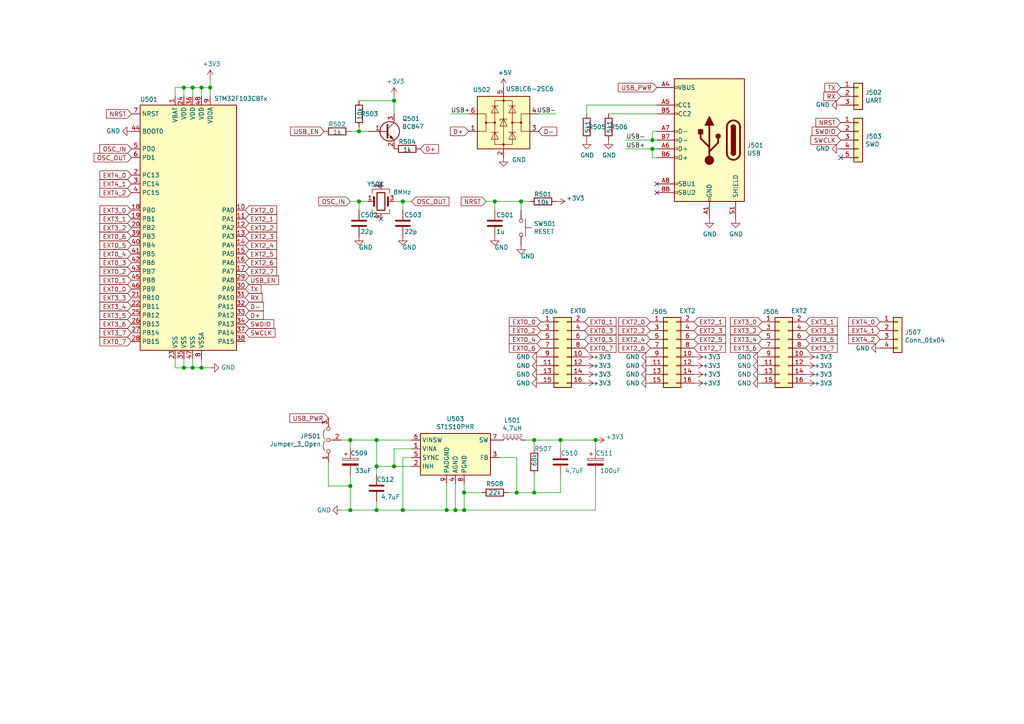
<source format=kicad_sch>
(kicad_sch (version 20210606) (generator eeschema)
  (paper "A4")
  (lib_symbols
    (symbol "Connector:USB_C_Receptacle_USB2.0" (pin_names (offset 1.016))
      (property "Reference" "J" (at -10.16 19.05 0))
      (property "Value" "USB_C_Receptacle_USB2.0" (at 19.05 19.05 0))
      (symbol "USB_C_Receptacle_USB2.0_1_1"
        (pin power_in line (at 0 -22.86 90) (length 5.08) (name "GND") (number "A1"))
        (pin passive line (at 0 -22.86 90) (length 5.08) hide (name "GND") (number "A12"))
        (pin power_in line (at 15.24 15.24 180) (length 5.08) (name "VBUS") (number "A4"))
        (pin bidirectional line (at 15.24 10.16 180) (length 5.08) (name "CC1") (number "A5"))
        (pin bidirectional line (at 15.24 -2.54 180) (length 5.08) (name "D+") (number "A6"))
        (pin bidirectional line (at 15.24 2.54 180) (length 5.08) (name "D-") (number "A7"))
        (pin bidirectional line (at 15.24 -12.7 180) (length 5.08) (name "SBU1") (number "A8"))
        (pin passive line (at 15.24 15.24 180) (length 5.08) hide (name "VBUS") (number "A9"))
        (pin passive line (at 0 -22.86 90) (length 5.08) hide (name "GND") (number "B1"))
        (pin passive line (at 0 -22.86 90) (length 5.08) hide (name "GND") (number "B12"))
        (pin passive line (at 15.24 15.24 180) (length 5.08) hide (name "VBUS") (number "B4"))
        (pin bidirectional line (at 15.24 7.62 180) (length 5.08) (name "CC2") (number "B5"))
        (pin bidirectional line (at 15.24 -5.08 180) (length 5.08) (name "D+") (number "B6"))
        (pin bidirectional line (at 15.24 0 180) (length 5.08) (name "D-") (number "B7"))
        (pin bidirectional line (at 15.24 -15.24 180) (length 5.08) (name "SBU2") (number "B8"))
        (pin passive line (at 15.24 15.24 180) (length 5.08) hide (name "VBUS") (number "B9"))
        (pin passive line (at -7.62 -22.86 90) (length 5.08) (name "SHIELD") (number "S1"))
      )
    )
    (symbol "Connector_Generic:Conn_01x03" (pin_names (offset 1.016) hide)
      (property "Reference" "J" (at 0 5.08 0))
      (property "Value" "Conn_01x03" (at 0 -5.08 0))
      (symbol "Conn_01x03_1_1"
        (pin passive line (at -5.08 2.54 0) (length 3.81) (name "Pin_1") (number "1"))
        (pin passive line (at -5.08 0 0) (length 3.81) (name "Pin_2") (number "2"))
        (pin passive line (at -5.08 -2.54 0) (length 3.81) (name "Pin_3") (number "3"))
      )
    )
    (symbol "Connector_Generic:Conn_01x04" (pin_names (offset 1.016) hide)
      (property "Reference" "J" (at 0 5.08 0))
      (property "Value" "Conn_01x04" (at 0 -7.62 0))
      (symbol "Conn_01x04_1_1"
        (pin passive line (at -5.08 2.54 0) (length 3.81) (name "Pin_1") (number "1"))
        (pin passive line (at -5.08 0 0) (length 3.81) (name "Pin_2") (number "2"))
        (pin passive line (at -5.08 -2.54 0) (length 3.81) (name "Pin_3") (number "3"))
        (pin passive line (at -5.08 -5.08 0) (length 3.81) (name "Pin_4") (number "4"))
      )
    )
    (symbol "Connector_Generic:Conn_01x05" (pin_names (offset 1.016) hide)
      (property "Reference" "J" (at 0 7.62 0))
      (property "Value" "Conn_01x05" (at 0 -7.62 0))
      (symbol "Conn_01x05_1_1"
        (pin passive line (at -5.08 5.08 0) (length 3.81) (name "Pin_1") (number "1"))
        (pin passive line (at -5.08 2.54 0) (length 3.81) (name "Pin_2") (number "2"))
        (pin passive line (at -5.08 0 0) (length 3.81) (name "Pin_3") (number "3"))
        (pin passive line (at -5.08 -2.54 0) (length 3.81) (name "Pin_4") (number "4"))
        (pin passive line (at -5.08 -5.08 0) (length 3.81) (name "Pin_5") (number "5"))
      )
    )
    (symbol "Connector_Generic:Conn_02x08_Odd_Even" (pin_names (offset 1.016) hide)
      (property "Reference" "J" (at 1.27 10.16 0))
      (property "Value" "Conn_02x08_Odd_Even" (at 1.27 -12.7 0))
      (symbol "Conn_02x08_Odd_Even_1_1"
        (pin passive line (at -5.08 7.62 0) (length 3.81) (name "Pin_1") (number "1"))
        (pin passive line (at 7.62 -2.54 180) (length 3.81) (name "Pin_10") (number "10"))
        (pin passive line (at -5.08 -5.08 0) (length 3.81) (name "Pin_11") (number "11"))
        (pin passive line (at 7.62 -5.08 180) (length 3.81) (name "Pin_12") (number "12"))
        (pin passive line (at -5.08 -7.62 0) (length 3.81) (name "Pin_13") (number "13"))
        (pin passive line (at 7.62 -7.62 180) (length 3.81) (name "Pin_14") (number "14"))
        (pin passive line (at -5.08 -10.16 0) (length 3.81) (name "Pin_15") (number "15"))
        (pin passive line (at 7.62 -10.16 180) (length 3.81) (name "Pin_16") (number "16"))
        (pin passive line (at 7.62 7.62 180) (length 3.81) (name "Pin_2") (number "2"))
        (pin passive line (at -5.08 5.08 0) (length 3.81) (name "Pin_3") (number "3"))
        (pin passive line (at 7.62 5.08 180) (length 3.81) (name "Pin_4") (number "4"))
        (pin passive line (at -5.08 2.54 0) (length 3.81) (name "Pin_5") (number "5"))
        (pin passive line (at 7.62 2.54 180) (length 3.81) (name "Pin_6") (number "6"))
        (pin passive line (at -5.08 0 0) (length 3.81) (name "Pin_7") (number "7"))
        (pin passive line (at 7.62 0 180) (length 3.81) (name "Pin_8") (number "8"))
        (pin passive line (at -5.08 -2.54 0) (length 3.81) (name "Pin_9") (number "9"))
      )
    )
    (symbol "Device:C" (pin_numbers hide) (pin_names (offset 0.254))
      (property "Reference" "C" (at 0.635 2.54 0))
      (property "Value" "C" (at 0.635 -2.54 0))
      (symbol "C_1_1"
        (pin passive line (at 0 3.81 270) (length 2.794) (name "~") (number "1"))
        (pin passive line (at 0 -3.81 90) (length 2.794) (name "~") (number "2"))
      )
    )
    (symbol "Device:CP" (pin_numbers hide) (pin_names (offset 0.254))
      (property "Reference" "C" (at 0.635 2.54 0))
      (property "Value" "CP" (at 0.635 -2.54 0))
      (symbol "CP_1_1"
        (pin passive line (at 0 3.81 270) (length 2.794) (name "~") (number "1"))
        (pin passive line (at 0 -3.81 90) (length 2.794) (name "~") (number "2"))
      )
    )
    (symbol "Device:Crystal_GND24" (pin_names (offset 1.016) hide)
      (property "Reference" "Y" (at 3.175 5.08 0))
      (property "Value" "Crystal_GND24" (at 3.175 3.175 0))
      (symbol "Crystal_GND24_1_1"
        (pin passive line (at -3.81 0 0) (length 1.27) (name "1") (number "1"))
        (pin passive line (at 0 5.08 270) (length 1.27) (name "2") (number "2"))
        (pin passive line (at 3.81 0 180) (length 1.27) (name "3") (number "3"))
        (pin passive line (at 0 -5.08 90) (length 1.27) (name "4") (number "4"))
      )
    )
    (symbol "Device:L_Core_Ferrite" (pin_numbers hide) (pin_names hide)
      (property "Reference" "L" (at -1.27 0 90))
      (property "Value" "L_Core_Ferrite" (at 2.794 0 90))
      (symbol "L_Core_Ferrite_1_1"
        (pin passive line (at 0 3.81 270) (length 1.27) (name "1") (number "1"))
        (pin passive line (at 0 -3.81 90) (length 1.27) (name "2") (number "2"))
      )
    )
    (symbol "Device:R" (pin_numbers hide) (pin_names (offset 0))
      (property "Reference" "R" (at 2.032 0 90))
      (property "Value" "R" (at 0 0 90))
      (symbol "R_1_1"
        (pin passive line (at 0 3.81 270) (length 1.27) (name "~") (number "1"))
        (pin passive line (at 0 -3.81 90) (length 1.27) (name "~") (number "2"))
      )
    )
    (symbol "Jumper:Jumper_3_Open" (pin_names (offset 0) hide)
      (property "Reference" "JP" (at -2.54 -2.54 0))
      (property "Value" "Jumper_3_Open" (at 0 2.794 0))
      (symbol "Jumper_3_Open_1_1"
        (pin passive line (at -6.35 0 0) (length 2.54) (name "A") (number "1"))
        (pin input line (at 0 -3.81 90) (length 2.54) (name "C") (number "2"))
        (pin passive line (at 6.35 0 180) (length 2.54) (name "B") (number "3"))
      )
    )
    (symbol "MCU_ST_STM32F1:STM32F103CBTx"
      (property "Reference" "U" (at -15.24 36.83 0))
      (property "Value" "STM32F103CBTx" (at 7.62 36.83 0))
      (symbol "STM32F103CBTx_1_1"
        (pin power_in line (at -5.08 38.1 270) (length 2.54) (name "VBAT") (number "1"))
        (pin bidirectional line (at 15.24 5.08 180) (length 2.54) (name "PA0") (number "10"))
        (pin bidirectional line (at 15.24 2.54 180) (length 2.54) (name "PA1") (number "11"))
        (pin bidirectional line (at 15.24 0 180) (length 2.54) (name "PA2") (number "12"))
        (pin bidirectional line (at 15.24 -2.54 180) (length 2.54) (name "PA3") (number "13"))
        (pin bidirectional line (at 15.24 -5.08 180) (length 2.54) (name "PA4") (number "14"))
        (pin bidirectional line (at 15.24 -7.62 180) (length 2.54) (name "PA5") (number "15"))
        (pin bidirectional line (at 15.24 -10.16 180) (length 2.54) (name "PA6") (number "16"))
        (pin bidirectional line (at 15.24 -12.7 180) (length 2.54) (name "PA7") (number "17"))
        (pin bidirectional line (at -17.78 5.08 0) (length 2.54) (name "PB0") (number "18"))
        (pin bidirectional line (at -17.78 2.54 0) (length 2.54) (name "PB1") (number "19"))
        (pin bidirectional line (at -17.78 15.24 0) (length 2.54) (name "PC13") (number "2"))
        (pin bidirectional line (at -17.78 0 0) (length 2.54) (name "PB2") (number "20"))
        (pin bidirectional line (at -17.78 -20.32 0) (length 2.54) (name "PB10") (number "21"))
        (pin bidirectional line (at -17.78 -22.86 0) (length 2.54) (name "PB11") (number "22"))
        (pin power_in line (at -5.08 -38.1 90) (length 2.54) (name "VSS") (number "23"))
        (pin power_in line (at -2.54 38.1 270) (length 2.54) (name "VDD") (number "24"))
        (pin bidirectional line (at -17.78 -25.4 0) (length 2.54) (name "PB12") (number "25"))
        (pin bidirectional line (at -17.78 -27.94 0) (length 2.54) (name "PB13") (number "26"))
        (pin bidirectional line (at -17.78 -30.48 0) (length 2.54) (name "PB14") (number "27"))
        (pin bidirectional line (at -17.78 -33.02 0) (length 2.54) (name "PB15") (number "28"))
        (pin bidirectional line (at 15.24 -15.24 180) (length 2.54) (name "PA8") (number "29"))
        (pin bidirectional line (at -17.78 12.7 0) (length 2.54) (name "PC14") (number "3"))
        (pin bidirectional line (at 15.24 -17.78 180) (length 2.54) (name "PA9") (number "30"))
        (pin bidirectional line (at 15.24 -20.32 180) (length 2.54) (name "PA10") (number "31"))
        (pin bidirectional line (at 15.24 -22.86 180) (length 2.54) (name "PA11") (number "32"))
        (pin bidirectional line (at 15.24 -25.4 180) (length 2.54) (name "PA12") (number "33"))
        (pin bidirectional line (at 15.24 -27.94 180) (length 2.54) (name "PA13") (number "34"))
        (pin power_in line (at -2.54 -38.1 90) (length 2.54) (name "VSS") (number "35"))
        (pin power_in line (at 0 38.1 270) (length 2.54) (name "VDD") (number "36"))
        (pin bidirectional line (at 15.24 -30.48 180) (length 2.54) (name "PA14") (number "37"))
        (pin bidirectional line (at 15.24 -33.02 180) (length 2.54) (name "PA15") (number "38"))
        (pin bidirectional line (at -17.78 -2.54 0) (length 2.54) (name "PB3") (number "39"))
        (pin bidirectional line (at -17.78 10.16 0) (length 2.54) (name "PC15") (number "4"))
        (pin bidirectional line (at -17.78 -5.08 0) (length 2.54) (name "PB4") (number "40"))
        (pin bidirectional line (at -17.78 -7.62 0) (length 2.54) (name "PB5") (number "41"))
        (pin bidirectional line (at -17.78 -10.16 0) (length 2.54) (name "PB6") (number "42"))
        (pin bidirectional line (at -17.78 -12.7 0) (length 2.54) (name "PB7") (number "43"))
        (pin input line (at -17.78 27.94 0) (length 2.54) (name "BOOT0") (number "44"))
        (pin bidirectional line (at -17.78 -15.24 0) (length 2.54) (name "PB8") (number "45"))
        (pin bidirectional line (at -17.78 -17.78 0) (length 2.54) (name "PB9") (number "46"))
        (pin power_in line (at 0 -38.1 90) (length 2.54) (name "VSS") (number "47"))
        (pin power_in line (at 2.54 38.1 270) (length 2.54) (name "VDD") (number "48"))
        (pin input line (at -17.78 22.86 0) (length 2.54) (name "PD0") (number "5"))
        (pin input line (at -17.78 20.32 0) (length 2.54) (name "PD1") (number "6"))
        (pin input line (at -17.78 33.02 0) (length 2.54) (name "NRST") (number "7"))
        (pin power_in line (at 2.54 -38.1 90) (length 2.54) (name "VSSA") (number "8"))
        (pin power_in line (at 5.08 38.1 270) (length 2.54) (name "VDDA") (number "9"))
      )
    )
    (symbol "Power_Protection:USBLC6-2SC6" (pin_names hide)
      (property "Reference" "U" (at 2.54 8.89 0))
      (property "Value" "USBLC6-2SC6" (at 2.54 -8.89 0))
      (symbol "USBLC6-2SC6_1_1"
        (pin passive line (at -10.16 -2.54 0) (length 2.54) (name "I/O1") (number "1"))
        (pin passive line (at 0 -10.16 90) (length 2.54) (name "GND") (number "2"))
        (pin passive line (at 10.16 -2.54 180) (length 2.54) (name "I/O2") (number "3"))
        (pin passive line (at 10.16 2.54 180) (length 2.54) (name "I/O2") (number "4"))
        (pin passive line (at 0 10.16 270) (length 2.54) (name "VBUS") (number "5"))
        (pin passive line (at -10.16 2.54 0) (length 2.54) (name "I/O1") (number "6"))
      )
    )
    (symbol "Regulator_Switching:ST1S10PHR"
      (property "Reference" "U" (at -10.16 5.715 0))
      (property "Value" "ST1S10PHR" (at -0.635 5.715 0))
      (symbol "ST1S10PHR_1_1"
        (pin power_in line (at -12.7 0 0) (length 2.54) (name "VINA") (number "1"))
        (pin input line (at -12.7 -5.08 0) (length 2.54) (name "INH") (number "2"))
        (pin input line (at 12.7 -2.54 180) (length 2.54) (name "FB") (number "3"))
        (pin power_in line (at 0 -10.16 90) (length 2.54) (name "AGND") (number "4"))
        (pin input line (at -12.7 -2.54 0) (length 2.54) (name "SYNC") (number "5"))
        (pin input line (at -12.7 2.54 0) (length 2.54) (name "VINSW") (number "6"))
        (pin output line (at 12.7 2.54 180) (length 2.54) (name "SW") (number "7"))
        (pin power_in line (at 2.54 -10.16 90) (length 2.54) (name "PGND") (number "8"))
        (pin power_in line (at -2.54 -10.16 90) (length 2.54) (name "PADGND") (number "9"))
      )
    )
    (symbol "Switch:SW_Push" (pin_numbers hide) (pin_names (offset 1.016) hide)
      (property "Reference" "SW" (at 1.27 2.54 0))
      (property "Value" "SW_Push" (at 0 -1.524 0))
      (symbol "SW_Push_0_1"
        (pin passive line (at -5.08 0 0) (length 2.54) (name "1") (number "1"))
        (pin passive line (at 5.08 0 180) (length 2.54) (name "2") (number "2"))
      )
    )
    (symbol "Transistor_BJT:BC847" (pin_names (offset 0) hide)
      (property "Reference" "Q" (at 5.08 1.905 0))
      (property "Value" "BC847" (at 5.08 0 0))
      (symbol "BC847_1_1"
        (pin input line (at -5.08 0 0) (length 5.715) (name "B") (number "1"))
        (pin passive line (at 2.54 -5.08 90) (length 2.54) (name "E") (number "2"))
        (pin passive line (at 2.54 5.08 270) (length 2.54) (name "C") (number "3"))
      )
    )
    (symbol "power:+3V3" (power) (pin_names (offset 0))
      (property "Value" "+3V3" (at 0 3.556 0))
      (symbol "+3V3_1_1"
        (pin power_in line (at 0 0 90) (length 0) hide (name "+3V3") (number "1"))
      )
    )
    (symbol "power:+5V" (power) (pin_names (offset 0))
      (property "Value" "+5V" (at 0 3.556 0))
      (symbol "+5V_1_1"
        (pin power_in line (at 0 0 90) (length 0) hide (name "+5V") (number "1"))
      )
    )
    (symbol "power:GND" (power) (pin_names (offset 0))
      (property "Value" "GND" (at 0 -3.81 0))
      (symbol "GND_1_1"
        (pin power_in line (at 0 0 270) (length 0) hide (name "GND") (number "1"))
      )
    )
  )
  (junction (at 53.34 25.4) (diameter 1.016))
  (junction (at 53.34 106.68) (diameter 1.016))
  (junction (at 55.88 25.4) (diameter 1.016))
  (junction (at 55.88 106.68) (diameter 1.016))
  (junction (at 58.42 25.4) (diameter 1.016))
  (junction (at 58.42 106.68) (diameter 1.016))
  (junction (at 60.96 25.4) (diameter 1.016))
  (junction (at 101.6 127.635) (diameter 1.016))
  (junction (at 101.6 140.97) (diameter 1.016))
  (junction (at 101.6 147.955) (diameter 1.016))
  (junction (at 104.14 38.1) (diameter 1.016))
  (junction (at 104.14 58.42) (diameter 1.016))
  (junction (at 109.22 127.635) (diameter 1.016))
  (junction (at 109.22 135.255) (diameter 1.016))
  (junction (at 109.22 147.955) (diameter 1.016))
  (junction (at 114.3 29.21) (diameter 1.016))
  (junction (at 114.3 135.255) (diameter 1.016))
  (junction (at 116.84 58.42) (diameter 1.016))
  (junction (at 116.84 147.955) (diameter 1.016))
  (junction (at 129.54 147.955) (diameter 1.016))
  (junction (at 132.08 147.955) (diameter 1.016))
  (junction (at 134.62 142.875) (diameter 1.016))
  (junction (at 134.62 147.955) (diameter 1.016))
  (junction (at 143.51 58.42) (diameter 1.016))
  (junction (at 149.86 142.875) (diameter 1.016))
  (junction (at 151.13 58.42) (diameter 1.016))
  (junction (at 154.94 127.635) (diameter 1.016))
  (junction (at 154.94 142.875) (diameter 1.016))
  (junction (at 162.56 127.635) (diameter 1.016))
  (junction (at 172.72 127.635) (diameter 1.016))
  (junction (at 189.23 40.64) (diameter 1.016))
  (junction (at 189.23 43.18) (diameter 1.016))
  (no_connect (at 110.49 53.34))
  (no_connect (at 110.49 63.5))
  (no_connect (at 190.5 53.34))
  (no_connect (at 190.5 55.88))
  (no_connect (at 243.84 45.72))
  (wire (pts (xy 50.8 25.4) (xy 53.34 25.4)))
  (wire (pts (xy 50.8 27.94) (xy 50.8 25.4)))
  (wire (pts (xy 50.8 106.68) (xy 50.8 104.14)))
  (wire (pts (xy 53.34 25.4) (xy 53.34 27.94)))
  (wire (pts (xy 53.34 25.4) (xy 55.88 25.4)))
  (wire (pts (xy 53.34 104.14) (xy 53.34 106.68)))
  (wire (pts (xy 53.34 106.68) (xy 50.8 106.68)))
  (wire (pts (xy 55.88 25.4) (xy 55.88 27.94)))
  (wire (pts (xy 55.88 25.4) (xy 58.42 25.4)))
  (wire (pts (xy 55.88 104.14) (xy 55.88 106.68)))
  (wire (pts (xy 55.88 106.68) (xy 53.34 106.68)))
  (wire (pts (xy 58.42 25.4) (xy 58.42 27.94)))
  (wire (pts (xy 58.42 25.4) (xy 60.96 25.4)))
  (wire (pts (xy 58.42 104.14) (xy 58.42 106.68)))
  (wire (pts (xy 58.42 106.68) (xy 55.88 106.68)))
  (wire (pts (xy 60.96 22.86) (xy 60.96 25.4)))
  (wire (pts (xy 60.96 25.4) (xy 60.96 27.94)))
  (wire (pts (xy 60.96 106.68) (xy 58.42 106.68)))
  (wire (pts (xy 95.25 133.985) (xy 95.25 140.97)))
  (wire (pts (xy 95.25 140.97) (xy 101.6 140.97)))
  (wire (pts (xy 99.06 147.955) (xy 101.6 147.955)))
  (wire (pts (xy 101.6 38.1) (xy 104.14 38.1)))
  (wire (pts (xy 101.6 58.42) (xy 104.14 58.42)))
  (wire (pts (xy 101.6 127.635) (xy 99.06 127.635)))
  (wire (pts (xy 101.6 127.635) (xy 109.22 127.635)))
  (wire (pts (xy 101.6 130.175) (xy 101.6 127.635)))
  (wire (pts (xy 101.6 137.795) (xy 101.6 140.97)))
  (wire (pts (xy 101.6 140.97) (xy 101.6 147.955)))
  (wire (pts (xy 101.6 147.955) (xy 109.22 147.955)))
  (wire (pts (xy 104.14 29.21) (xy 114.3 29.21)))
  (wire (pts (xy 104.14 36.83) (xy 104.14 38.1)))
  (wire (pts (xy 104.14 38.1) (xy 106.68 38.1)))
  (wire (pts (xy 104.14 58.42) (xy 104.14 60.96)))
  (wire (pts (xy 104.14 58.42) (xy 106.68 58.42)))
  (wire (pts (xy 109.22 127.635) (xy 119.38 127.635)))
  (wire (pts (xy 109.22 135.255) (xy 109.22 127.635)))
  (wire (pts (xy 109.22 135.255) (xy 109.22 137.795)))
  (wire (pts (xy 109.22 147.955) (xy 109.22 145.415)))
  (wire (pts (xy 114.3 29.21) (xy 114.3 27.94)))
  (wire (pts (xy 114.3 29.21) (xy 114.3 33.02)))
  (wire (pts (xy 114.3 58.42) (xy 116.84 58.42)))
  (wire (pts (xy 114.3 130.175) (xy 114.3 135.255)))
  (wire (pts (xy 114.3 135.255) (xy 109.22 135.255)))
  (wire (pts (xy 116.84 58.42) (xy 116.84 60.96)))
  (wire (pts (xy 116.84 58.42) (xy 119.38 58.42)))
  (wire (pts (xy 116.84 132.715) (xy 116.84 147.955)))
  (wire (pts (xy 116.84 147.955) (xy 109.22 147.955)))
  (wire (pts (xy 119.38 130.175) (xy 114.3 130.175)))
  (wire (pts (xy 119.38 132.715) (xy 116.84 132.715)))
  (wire (pts (xy 119.38 135.255) (xy 114.3 135.255)))
  (wire (pts (xy 129.54 140.335) (xy 129.54 147.955)))
  (wire (pts (xy 129.54 147.955) (xy 116.84 147.955)))
  (wire (pts (xy 132.08 140.335) (xy 132.08 147.955)))
  (wire (pts (xy 132.08 147.955) (xy 129.54 147.955)))
  (wire (pts (xy 132.08 147.955) (xy 134.62 147.955)))
  (wire (pts (xy 134.62 140.335) (xy 134.62 142.875)))
  (wire (pts (xy 134.62 142.875) (xy 134.62 147.955)))
  (wire (pts (xy 134.62 142.875) (xy 139.7 142.875)))
  (wire (pts (xy 134.62 147.955) (xy 172.72 147.955)))
  (wire (pts (xy 135.89 33.02) (xy 130.81 33.02)))
  (wire (pts (xy 140.97 58.42) (xy 143.51 58.42)))
  (wire (pts (xy 143.51 58.42) (xy 143.51 60.96)))
  (wire (pts (xy 143.51 58.42) (xy 151.13 58.42)))
  (wire (pts (xy 144.78 132.715) (xy 149.86 132.715)))
  (wire (pts (xy 147.32 142.875) (xy 149.86 142.875)))
  (wire (pts (xy 149.86 132.715) (xy 149.86 142.875)))
  (wire (pts (xy 149.86 142.875) (xy 154.94 142.875)))
  (wire (pts (xy 151.13 58.42) (xy 151.13 60.96)))
  (wire (pts (xy 151.13 58.42) (xy 153.67 58.42)))
  (wire (pts (xy 152.4 127.635) (xy 154.94 127.635)))
  (wire (pts (xy 154.94 127.635) (xy 154.94 130.175)))
  (wire (pts (xy 154.94 127.635) (xy 162.56 127.635)))
  (wire (pts (xy 154.94 142.875) (xy 154.94 137.795)))
  (wire (pts (xy 154.94 142.875) (xy 162.56 142.875)))
  (wire (pts (xy 156.21 33.02) (xy 161.29 33.02)))
  (wire (pts (xy 162.56 127.635) (xy 162.56 130.175)))
  (wire (pts (xy 162.56 127.635) (xy 172.72 127.635)))
  (wire (pts (xy 162.56 142.875) (xy 162.56 137.795)))
  (wire (pts (xy 170.18 30.48) (xy 170.18 33.02)))
  (wire (pts (xy 172.72 127.635) (xy 172.72 130.175)))
  (wire (pts (xy 172.72 147.955) (xy 172.72 137.795)))
  (wire (pts (xy 176.53 33.02) (xy 190.5 33.02)))
  (wire (pts (xy 181.61 40.64) (xy 189.23 40.64)))
  (wire (pts (xy 181.61 43.18) (xy 189.23 43.18)))
  (wire (pts (xy 189.23 38.1) (xy 189.23 40.64)))
  (wire (pts (xy 189.23 40.64) (xy 190.5 40.64)))
  (wire (pts (xy 189.23 43.18) (xy 189.23 45.72)))
  (wire (pts (xy 189.23 45.72) (xy 190.5 45.72)))
  (wire (pts (xy 190.5 30.48) (xy 170.18 30.48)))
  (wire (pts (xy 190.5 38.1) (xy 189.23 38.1)))
  (wire (pts (xy 190.5 43.18) (xy 189.23 43.18)))
  (label "USB+" (at 130.81 33.02 0))
  (label "USB-" (at 161.29 33.02 180))
  (label "USB-" (at 181.61 40.64 0))
  (label "USB+" (at 181.61 43.18 0))
  (global_label "NRST" (shape input) (at 38.1 33.02 180) (property "Intersheet References" "${INTERSHEET_REFS}" (effects hide)))
  (global_label "OSC_IN" (shape input) (at 38.1 43.18 180) (property "Intersheet References" "${INTERSHEET_REFS}" (effects hide)))
  (global_label "OSC_OUT" (shape input) (at 38.1 45.72 180) (property "Intersheet References" "${INTERSHEET_REFS}" (effects hide)))
  (global_label "EXT4_0" (shape input) (at 38.1 50.8 180) (property "Intersheet References" "${INTERSHEET_REFS}" (effects hide)))
  (global_label "EXT4_1" (shape input) (at 38.1 53.34 180) (property "Intersheet References" "${INTERSHEET_REFS}" (effects hide)))
  (global_label "EXT4_2" (shape input) (at 38.1 55.88 180) (property "Intersheet References" "${INTERSHEET_REFS}" (effects hide)))
  (global_label "EXT3_0" (shape input) (at 38.1 60.96 180) (property "Intersheet References" "${INTERSHEET_REFS}" (effects hide)))
  (global_label "EXT3_1" (shape input) (at 38.1 63.5 180) (property "Intersheet References" "${INTERSHEET_REFS}" (effects hide)))
  (global_label "EXT3_2" (shape input) (at 38.1 66.04 180) (property "Intersheet References" "${INTERSHEET_REFS}" (effects hide)))
  (global_label "EXT0_6" (shape input) (at 38.1 68.58 180) (property "Intersheet References" "${INTERSHEET_REFS}" (effects hide)))
  (global_label "EXT0_5" (shape input) (at 38.1 71.12 180) (property "Intersheet References" "${INTERSHEET_REFS}" (effects hide)))
  (global_label "EXT0_4" (shape input) (at 38.1 73.66 180) (property "Intersheet References" "${INTERSHEET_REFS}" (effects hide)))
  (global_label "EXT0_3" (shape input) (at 38.1 76.2 180) (property "Intersheet References" "${INTERSHEET_REFS}" (effects hide)))
  (global_label "EXT0_2" (shape input) (at 38.1 78.74 180) (property "Intersheet References" "${INTERSHEET_REFS}" (effects hide)))
  (global_label "EXT0_1" (shape input) (at 38.1 81.28 180) (property "Intersheet References" "${INTERSHEET_REFS}" (effects hide)))
  (global_label "EXT0_0" (shape input) (at 38.1 83.82 180) (property "Intersheet References" "${INTERSHEET_REFS}" (effects hide)))
  (global_label "EXT3_3" (shape input) (at 38.1 86.36 180) (property "Intersheet References" "${INTERSHEET_REFS}" (effects hide)))
  (global_label "EXT3_4" (shape input) (at 38.1 88.9 180) (property "Intersheet References" "${INTERSHEET_REFS}" (effects hide)))
  (global_label "EXT3_5" (shape input) (at 38.1 91.44 180) (property "Intersheet References" "${INTERSHEET_REFS}" (effects hide)))
  (global_label "EXT3_6" (shape input) (at 38.1 93.98 180) (property "Intersheet References" "${INTERSHEET_REFS}" (effects hide)))
  (global_label "EXT3_7" (shape input) (at 38.1 96.52 180) (property "Intersheet References" "${INTERSHEET_REFS}" (effects hide)))
  (global_label "EXT0_7" (shape input) (at 38.1 99.06 180) (property "Intersheet References" "${INTERSHEET_REFS}" (effects hide)))
  (global_label "EXT2_0" (shape input) (at 71.12 60.96 0) (property "Intersheet References" "${INTERSHEET_REFS}" (effects hide)))
  (global_label "EXT2_1" (shape input) (at 71.12 63.5 0) (property "Intersheet References" "${INTERSHEET_REFS}" (effects hide)))
  (global_label "EXT2_2" (shape input) (at 71.12 66.04 0) (property "Intersheet References" "${INTERSHEET_REFS}" (effects hide)))
  (global_label "EXT2_3" (shape input) (at 71.12 68.58 0) (property "Intersheet References" "${INTERSHEET_REFS}" (effects hide)))
  (global_label "EXT2_4" (shape input) (at 71.12 71.12 0) (property "Intersheet References" "${INTERSHEET_REFS}" (effects hide)))
  (global_label "EXT2_5" (shape input) (at 71.12 73.66 0) (property "Intersheet References" "${INTERSHEET_REFS}" (effects hide)))
  (global_label "EXT2_6" (shape input) (at 71.12 76.2 0) (property "Intersheet References" "${INTERSHEET_REFS}" (effects hide)))
  (global_label "EXT2_7" (shape input) (at 71.12 78.74 0) (property "Intersheet References" "${INTERSHEET_REFS}" (effects hide)))
  (global_label "USB_EN" (shape input) (at 71.12 81.28 0) (property "Intersheet References" "${INTERSHEET_REFS}" (effects hide)))
  (global_label "TX" (shape input) (at 71.12 83.82 0) (property "Intersheet References" "${INTERSHEET_REFS}" (effects hide)))
  (global_label "RX" (shape input) (at 71.12 86.36 0) (property "Intersheet References" "${INTERSHEET_REFS}" (effects hide)))
  (global_label "D-" (shape input) (at 71.12 88.9 0) (property "Intersheet References" "${INTERSHEET_REFS}" (effects hide)))
  (global_label "D+" (shape input) (at 71.12 91.44 0) (property "Intersheet References" "${INTERSHEET_REFS}" (effects hide)))
  (global_label "SWDIO" (shape input) (at 71.12 93.98 0) (property "Intersheet References" "${INTERSHEET_REFS}" (effects hide)))
  (global_label "SWCLK" (shape input) (at 71.12 96.52 0) (property "Intersheet References" "${INTERSHEET_REFS}" (effects hide)))
  (global_label "USB_EN" (shape input) (at 93.98 38.1 180) (property "Intersheet References" "${INTERSHEET_REFS}" (effects hide)))
  (global_label "USB_PWR" (shape input) (at 95.25 121.285 180) (property "Intersheet References" "${INTERSHEET_REFS}" (effects hide)))
  (global_label "OSC_IN" (shape input) (at 101.6 58.42 180) (property "Intersheet References" "${INTERSHEET_REFS}" (effects hide)))
  (global_label "OSC_OUT" (shape input) (at 119.38 58.42 0) (property "Intersheet References" "${INTERSHEET_REFS}" (effects hide)))
  (global_label "D+" (shape input) (at 121.92 43.18 0) (property "Intersheet References" "${INTERSHEET_REFS}" (effects hide)))
  (global_label "D+" (shape input) (at 135.89 38.1 180) (property "Intersheet References" "${INTERSHEET_REFS}" (effects hide)))
  (global_label "NRST" (shape input) (at 140.97 58.42 180) (property "Intersheet References" "${INTERSHEET_REFS}" (effects hide)))
  (global_label "D-" (shape input) (at 156.21 38.1 0) (property "Intersheet References" "${INTERSHEET_REFS}" (effects hide)))
  (global_label "EXT0_0" (shape input) (at 156.845 93.345 180) (property "Intersheet References" "${INTERSHEET_REFS}" (effects hide)))
  (global_label "EXT0_2" (shape input) (at 156.845 95.885 180) (property "Intersheet References" "${INTERSHEET_REFS}" (effects hide)))
  (global_label "EXT0_4" (shape input) (at 156.845 98.425 180) (property "Intersheet References" "${INTERSHEET_REFS}" (effects hide)))
  (global_label "EXT0_6" (shape input) (at 156.845 100.965 180) (property "Intersheet References" "${INTERSHEET_REFS}" (effects hide)))
  (global_label "EXT0_1" (shape input) (at 169.545 93.345 0) (property "Intersheet References" "${INTERSHEET_REFS}" (effects hide)))
  (global_label "EXT0_3" (shape input) (at 169.545 95.885 0) (property "Intersheet References" "${INTERSHEET_REFS}" (effects hide)))
  (global_label "EXT0_5" (shape input) (at 169.545 98.425 0) (property "Intersheet References" "${INTERSHEET_REFS}" (effects hide)))
  (global_label "EXT0_7" (shape input) (at 169.545 100.965 0) (property "Intersheet References" "${INTERSHEET_REFS}" (effects hide)))
  (global_label "EXT2_0" (shape input) (at 188.595 93.345 180) (property "Intersheet References" "${INTERSHEET_REFS}" (effects hide)))
  (global_label "EXT2_2" (shape input) (at 188.595 95.885 180) (property "Intersheet References" "${INTERSHEET_REFS}" (effects hide)))
  (global_label "EXT2_4" (shape input) (at 188.595 98.425 180) (property "Intersheet References" "${INTERSHEET_REFS}" (effects hide)))
  (global_label "EXT2_6" (shape input) (at 188.595 100.965 180) (property "Intersheet References" "${INTERSHEET_REFS}" (effects hide)))
  (global_label "USB_PWR" (shape input) (at 190.5 25.4 180) (property "Intersheet References" "${INTERSHEET_REFS}" (effects hide)))
  (global_label "EXT2_1" (shape input) (at 201.295 93.345 0) (property "Intersheet References" "${INTERSHEET_REFS}" (effects hide)))
  (global_label "EXT2_3" (shape input) (at 201.295 95.885 0) (property "Intersheet References" "${INTERSHEET_REFS}" (effects hide)))
  (global_label "EXT2_5" (shape input) (at 201.295 98.425 0) (property "Intersheet References" "${INTERSHEET_REFS}" (effects hide)))
  (global_label "EXT2_7" (shape input) (at 201.295 100.965 0) (property "Intersheet References" "${INTERSHEET_REFS}" (effects hide)))
  (global_label "EXT3_0" (shape input) (at 220.98 93.345 180) (property "Intersheet References" "${INTERSHEET_REFS}" (effects hide)))
  (global_label "EXT3_2" (shape input) (at 220.98 95.885 180) (property "Intersheet References" "${INTERSHEET_REFS}" (effects hide)))
  (global_label "EXT3_4" (shape input) (at 220.98 98.425 180) (property "Intersheet References" "${INTERSHEET_REFS}" (effects hide)))
  (global_label "EXT3_6" (shape input) (at 220.98 100.965 180) (property "Intersheet References" "${INTERSHEET_REFS}" (effects hide)))
  (global_label "EXT3_1" (shape input) (at 233.68 93.345 0) (property "Intersheet References" "${INTERSHEET_REFS}" (effects hide)))
  (global_label "EXT3_3" (shape input) (at 233.68 95.885 0) (property "Intersheet References" "${INTERSHEET_REFS}" (effects hide)))
  (global_label "EXT3_5" (shape input) (at 233.68 98.425 0) (property "Intersheet References" "${INTERSHEET_REFS}" (effects hide)))
  (global_label "EXT3_7" (shape input) (at 233.68 100.965 0) (property "Intersheet References" "${INTERSHEET_REFS}" (effects hide)))
  (global_label "TX" (shape input) (at 243.84 25.4 180) (property "Intersheet References" "${INTERSHEET_REFS}" (effects hide)))
  (global_label "RX" (shape input) (at 243.84 27.94 180) (property "Intersheet References" "${INTERSHEET_REFS}" (effects hide)))
  (global_label "NRST" (shape input) (at 243.84 35.56 180) (property "Intersheet References" "${INTERSHEET_REFS}" (effects hide)))
  (global_label "SWDIO" (shape input) (at 243.84 38.1 180) (property "Intersheet References" "${INTERSHEET_REFS}" (effects hide)))
  (global_label "SWCLK" (shape input) (at 243.84 40.64 180) (property "Intersheet References" "${INTERSHEET_REFS}" (effects hide)))
  (global_label "EXT4_0" (shape input) (at 255.27 93.345 180) (property "Intersheet References" "${INTERSHEET_REFS}" (effects hide)))
  (global_label "EXT4_1" (shape input) (at 255.27 95.885 180) (property "Intersheet References" "${INTERSHEET_REFS}" (effects hide)))
  (global_label "EXT4_2" (shape input) (at 255.27 98.425 180) (property "Intersheet References" "${INTERSHEET_REFS}" (effects hide)))
  (symbol (lib_id "power:+3V3") (at 60.96 22.86 0) (unit 1)
    (property "Reference" "#PWR010" (effects hide))
    (property "Value" "+3V3" (at 61.3283 18.5356 0))
  )
  (symbol (lib_id "power:+3V3") (at 114.3 27.94 0) (unit 1)
    (property "Reference" "#PWR027" (effects hide))
    (property "Value" "+3V3" (at 114.6683 23.6156 0))
  )
  (symbol (lib_id "power:+5V") (at 146.05 25.4 0) (unit 1)
    (property "Reference" "#PWR033" (effects hide))
    (property "Value" "+5V" (at 146.4183 21.0756 0))
  )
  (symbol (lib_id "power:+3V3") (at 161.29 58.42 270) (unit 1)
    (property "Reference" "#PWR037" (effects hide))
    (property "Value" "+3V3" (at 166.8844 57.5183 90))
  )
  (symbol (lib_id "power:+3V3") (at 169.545 103.505 270) (unit 1)
    (property "Reference" "#PWR?" (effects hide))
    (property "Value" "+3V3" (at 174.625 103.505 90))
  )
  (symbol (lib_id "power:+3V3") (at 169.545 106.045 270) (unit 1)
    (property "Reference" "#PWR?" (effects hide))
    (property "Value" "+3V3" (at 174.625 106.045 90))
  )
  (symbol (lib_id "power:+3V3") (at 169.545 108.585 270) (unit 1)
    (property "Reference" "#PWR?" (effects hide))
    (property "Value" "+3V3" (at 174.625 108.585 90))
  )
  (symbol (lib_id "power:+3V3") (at 169.545 111.125 270) (unit 1)
    (property "Reference" "#PWR?" (effects hide))
    (property "Value" "+3V3" (at 174.625 111.125 90))
  )
  (symbol (lib_id "power:+3V3") (at 172.72 127.635 270) (unit 1)
    (property "Reference" "#PWR?" (effects hide))
    (property "Value" "+3V3" (at 178.3144 126.7333 90))
  )
  (symbol (lib_id "power:+3V3") (at 201.295 103.505 270) (unit 1)
    (property "Reference" "#PWR?" (effects hide))
    (property "Value" "+3V3" (at 206.375 103.505 90))
  )
  (symbol (lib_id "power:+3V3") (at 201.295 106.045 270) (unit 1)
    (property "Reference" "#PWR?" (effects hide))
    (property "Value" "+3V3" (at 206.375 106.045 90))
  )
  (symbol (lib_id "power:+3V3") (at 201.295 108.585 270) (unit 1)
    (property "Reference" "#PWR?" (effects hide))
    (property "Value" "+3V3" (at 206.375 108.585 90))
  )
  (symbol (lib_id "power:+3V3") (at 201.295 111.125 270) (unit 1)
    (property "Reference" "#PWR?" (effects hide))
    (property "Value" "+3V3" (at 206.375 111.125 90))
  )
  (symbol (lib_id "power:+3V3") (at 233.68 103.505 270) (unit 1)
    (property "Reference" "#PWR?" (effects hide))
    (property "Value" "+3V3" (at 238.76 103.505 90))
  )
  (symbol (lib_id "power:+3V3") (at 233.68 106.045 270) (unit 1)
    (property "Reference" "#PWR?" (effects hide))
    (property "Value" "+3V3" (at 238.76 106.045 90))
  )
  (symbol (lib_id "power:+3V3") (at 233.68 108.585 270) (unit 1)
    (property "Reference" "#PWR?" (effects hide))
    (property "Value" "+3V3" (at 238.76 108.585 90))
  )
  (symbol (lib_id "power:+3V3") (at 233.68 111.125 270) (unit 1)
    (property "Reference" "#PWR?" (effects hide))
    (property "Value" "+3V3" (at 238.76 111.125 90))
  )
  (symbol (lib_id "power:GND") (at 38.1 38.1 270) (mirror x) (unit 1)
    (property "Reference" "#PWR0206" (effects hide))
    (property "Value" "GND" (at 34.9249 37.9857 90) (effects (justify right)))
  )
  (symbol (lib_id "power:GND") (at 60.96 106.68 90) (unit 1)
    (property "Reference" "#PWR013" (effects hide))
    (property "Value" "GND" (at 64.1351 106.5657 90) (effects (justify right)))
  )
  (symbol (lib_id "power:GND") (at 99.06 147.955 270) (unit 1)
    (property "Reference" "#PWR?" (effects hide))
    (property "Value" "GND" (at 93.98 147.955 90))
  )
  (symbol (lib_id "power:GND") (at 104.14 68.58 0) (mirror y) (unit 1)
    (property "Reference" "#PWR039" (effects hide))
    (property "Value" "GND" (at 104.0257 71.7551 0) (effects (justify right)))
  )
  (symbol (lib_id "power:GND") (at 116.84 68.58 0) (mirror y) (unit 1)
    (property "Reference" "#PWR040" (effects hide))
    (property "Value" "GND" (at 116.7257 71.7551 0) (effects (justify right)))
  )
  (symbol (lib_id "power:GND") (at 143.51 68.58 0) (mirror y) (unit 1)
    (property "Reference" "#PWR043" (effects hide))
    (property "Value" "GND" (at 143.3957 71.7551 0) (effects (justify right)))
  )
  (symbol (lib_id "power:GND") (at 146.05 45.72 0) (mirror y) (unit 1)
    (property "Reference" "#PWR028" (effects hide))
    (property "Value" "GND" (at 148.4757 46.3551 0) (effects (justify right)))
  )
  (symbol (lib_id "power:GND") (at 151.13 71.12 0) (mirror y) (unit 1)
    (property "Reference" "#PWR044" (effects hide))
    (property "Value" "GND" (at 151.0157 74.2951 0) (effects (justify right)))
  )
  (symbol (lib_id "power:GND") (at 156.845 103.505 270) (unit 1)
    (property "Reference" "#PWR?" (effects hide))
    (property "Value" "GND" (at 151.765 103.505 90))
  )
  (symbol (lib_id "power:GND") (at 156.845 106.045 270) (unit 1)
    (property "Reference" "#PWR?" (effects hide))
    (property "Value" "GND" (at 151.765 106.045 90))
  )
  (symbol (lib_id "power:GND") (at 156.845 108.585 270) (unit 1)
    (property "Reference" "#PWR?" (effects hide))
    (property "Value" "GND" (at 151.765 108.585 90))
  )
  (symbol (lib_id "power:GND") (at 156.845 111.125 270) (unit 1)
    (property "Reference" "#PWR?" (effects hide))
    (property "Value" "GND" (at 151.765 111.125 90))
  )
  (symbol (lib_id "power:GND") (at 170.18 40.64 0) (unit 1)
    (property "Reference" "#PWR034" (effects hide))
    (property "Value" "GND" (at 170.307 45.0342 0))
  )
  (symbol (lib_id "power:GND") (at 176.53 40.64 0) (unit 1)
    (property "Reference" "#PWR036" (effects hide))
    (property "Value" "GND" (at 176.657 45.0342 0))
  )
  (symbol (lib_id "power:GND") (at 188.595 103.505 270) (unit 1)
    (property "Reference" "#PWR?" (effects hide))
    (property "Value" "GND" (at 183.515 103.505 90))
  )
  (symbol (lib_id "power:GND") (at 188.595 106.045 270) (unit 1)
    (property "Reference" "#PWR?" (effects hide))
    (property "Value" "GND" (at 183.515 106.045 90))
  )
  (symbol (lib_id "power:GND") (at 188.595 108.585 270) (unit 1)
    (property "Reference" "#PWR?" (effects hide))
    (property "Value" "GND" (at 183.515 108.585 90))
  )
  (symbol (lib_id "power:GND") (at 188.595 111.125 270) (unit 1)
    (property "Reference" "#PWR?" (effects hide))
    (property "Value" "GND" (at 183.515 111.125 90))
  )
  (symbol (lib_id "power:GND") (at 205.74 63.5 0) (unit 1)
    (property "Reference" "#PWR029" (effects hide))
    (property "Value" "GND" (at 205.867 67.8942 0))
  )
  (symbol (lib_id "power:GND") (at 213.36 63.5 0) (unit 1)
    (property "Reference" "#PWR030" (effects hide))
    (property "Value" "GND" (at 213.487 67.8942 0))
  )
  (symbol (lib_id "power:GND") (at 220.98 103.505 270) (unit 1)
    (property "Reference" "#PWR?" (effects hide))
    (property "Value" "GND" (at 215.9 103.505 90))
  )
  (symbol (lib_id "power:GND") (at 220.98 106.045 270) (unit 1)
    (property "Reference" "#PWR?" (effects hide))
    (property "Value" "GND" (at 215.9 106.045 90))
  )
  (symbol (lib_id "power:GND") (at 220.98 108.585 270) (unit 1)
    (property "Reference" "#PWR?" (effects hide))
    (property "Value" "GND" (at 215.9 108.585 90))
  )
  (symbol (lib_id "power:GND") (at 220.98 111.125 270) (unit 1)
    (property "Reference" "#PWR?" (effects hide))
    (property "Value" "GND" (at 215.9 111.125 90))
  )
  (symbol (lib_id "power:GND") (at 243.84 30.48 270) (mirror x) (unit 1)
    (property "Reference" "#PWR?" (effects hide))
    (property "Value" "GND" (at 240.6649 30.3657 90) (effects (justify right)))
  )
  (symbol (lib_id "power:GND") (at 243.84 43.18 270) (mirror x) (unit 1)
    (property "Reference" "#PWR0205" (effects hide))
    (property "Value" "GND" (at 240.6649 43.0657 90) (effects (justify right)))
  )
  (symbol (lib_id "power:GND") (at 255.27 100.965 270) (unit 1)
    (property "Reference" "#PWR?" (effects hide))
    (property "Value" "GND" (at 250.19 100.965 90))
  )
  (symbol (lib_id "Device:L_Core_Ferrite") (at 148.59 127.635 90) (unit 1)
    (property "Reference" "L501" (at 148.59 121.92 90))
    (property "Value" "4,7uH" (at 148.59 124.2314 90))
    (property "Footprint" "Inductor_SMD:L_Taiyo-Yuden_NR-40xx" (effects hide))
  )
  (symbol (lib_id "Device:R") (at 97.79 38.1 90) (unit 1)
    (property "Reference" "R502" (at 97.79 36.0488 90))
    (property "Value" "1k" (at 97.79 38.3475 90))
    (property "Footprint" "Resistor_SMD:R_0603_1608Metric" (effects hide))
  )
  (symbol (lib_id "Device:R") (at 104.14 33.02 180) (unit 1)
    (property "Reference" "R503" (at 107.1688 33.02 0))
    (property "Value" "10k" (at 104.3875 33.02 90))
    (property "Footprint" "Resistor_SMD:R_0603_1608Metric" (effects hide))
  )
  (symbol (lib_id "Device:R") (at 118.11 43.18 90) (unit 1)
    (property "Reference" "R504" (at 118.11 41.1288 90))
    (property "Value" "1k" (at 118.11 43.4275 90))
    (property "Footprint" "Resistor_SMD:R_0603_1608Metric" (effects hide))
  )
  (symbol (lib_id "Device:R") (at 143.51 142.875 270) (unit 1)
    (property "Reference" "R508" (at 143.51 140.335 90))
    (property "Value" "22k" (at 143.51 142.875 90))
    (property "Footprint" "Resistor_SMD:R_0603_1608Metric" (effects hide))
  )
  (symbol (lib_id "Device:R") (at 154.94 133.985 0) (unit 1)
    (property "Reference" "R507" (at 154.94 130.175 0) (effects (justify left)))
    (property "Value" "68k" (at 154.94 135.255 90) (effects (justify left)))
    (property "Footprint" "Resistor_SMD:R_0603_1608Metric" (effects hide))
  )
  (symbol (lib_id "Device:R") (at 157.48 58.42 90) (unit 1)
    (property "Reference" "R501" (at 157.48 56.3688 90))
    (property "Value" "10k" (at 157.48 58.6675 90))
    (property "Footprint" "Resistor_SMD:R_0603_1608Metric" (effects hide))
  )
  (symbol (lib_id "Device:R") (at 170.18 36.83 180) (unit 1)
    (property "Reference" "R505" (at 173.2088 36.83 0))
    (property "Value" "5k1" (at 170.4275 36.83 90))
    (property "Footprint" "Resistor_SMD:R_0603_1608Metric" (effects hide))
  )
  (symbol (lib_id "Device:R") (at 176.53 36.83 180) (unit 1)
    (property "Reference" "R506" (at 179.5588 36.83 0))
    (property "Value" "5k1" (at 176.7775 36.83 90))
    (property "Footprint" "Resistor_SMD:R_0603_1608Metric" (effects hide))
  )
  (symbol (lib_id "Device:CP") (at 101.6 133.985 0) (unit 1)
    (property "Reference" "C509" (at 101.6 131.445 0) (effects (justify left)))
    (property "Value" "33uF" (at 102.87 136.525 0) (effects (justify left)))
    (property "Footprint" "Capacitor_Tantalum_SMD:CP_EIA-3528-21_Kemet-B" (effects hide))
  )
  (symbol (lib_id "Device:C") (at 104.14 64.77 0) (unit 1)
    (property "Reference" "C502" (at 104.5211 62.3506 0) (effects (justify left)))
    (property "Value" "22p" (at 104.5211 67.1893 0) (effects (justify left)))
    (property "Footprint" "Capacitor_SMD:C_0603_1608Metric" (effects hide))
  )
  (symbol (lib_id "Device:C") (at 109.22 141.605 0) (unit 1)
    (property "Reference" "C512" (at 109.22 139.065 0) (effects (justify left)))
    (property "Value" "4,7uF" (at 110.49 144.145 0) (effects (justify left)))
    (property "Footprint" "Capacitor_SMD:C_0805_2012Metric" (effects hide))
  )
  (symbol (lib_id "Device:C") (at 116.84 64.77 0) (unit 1)
    (property "Reference" "C503" (at 117.2211 62.3506 0) (effects (justify left)))
    (property "Value" "22p" (at 117.2211 67.1893 0) (effects (justify left)))
    (property "Footprint" "Capacitor_SMD:C_0603_1608Metric" (effects hide))
  )
  (symbol (lib_id "Device:C") (at 143.51 64.77 0) (unit 1)
    (property "Reference" "C501" (at 143.8911 62.3506 0) (effects (justify left)))
    (property "Value" "1u" (at 143.8911 67.1893 0) (effects (justify left)))
    (property "Footprint" "Capacitor_SMD:C_0603_1608Metric" (effects hide))
  )
  (symbol (lib_id "Device:C") (at 162.56 133.985 0) (unit 1)
    (property "Reference" "C510" (at 162.56 131.445 0) (effects (justify left)))
    (property "Value" "4,7uF" (at 163.83 136.525 0) (effects (justify left)))
    (property "Footprint" "Capacitor_SMD:C_0603_1608Metric" (effects hide))
  )
  (symbol (lib_id "Device:CP") (at 172.72 133.985 0) (unit 1)
    (property "Reference" "C511" (at 172.72 131.445 0) (effects (justify left)))
    (property "Value" "100uF" (at 173.99 136.525 0) (effects (justify left)))
    (property "Footprint" "Capacitor_Tantalum_SMD:CP_EIA-3528-21_Kemet-B" (effects hide))
  )
  (symbol (lib_id "Switch:SW_Push") (at 151.13 66.04 270) (unit 1)
    (property "Reference" "SW501" (at 154.8131 64.8906 90) (effects (justify left)))
    (property "Value" "RESET" (at 154.8131 67.1893 90) (effects (justify left)))
    (property "Footprint" "Button_Switch_SMD:SW_Push_1P1T_NO_6x6mm_H9.5mm" (effects hide))
  )
  (symbol (lib_id "Connector_Generic:Conn_01x03") (at 248.92 27.94 0) (unit 1)
    (property "Reference" "J502" (at 250.9521 26.8414 0) (effects (justify left)))
    (property "Value" "UART" (at 250.9521 29.1401 0) (effects (justify left)))
    (property "Footprint" "Connector_PinHeader_2.54mm:PinHeader_1x03_P2.54mm_Vertical" (effects hide))
  )
  (symbol (lib_id "Connector_Generic:Conn_01x04") (at 260.35 95.885 0) (unit 1)
    (property "Reference" "J507" (at 262.3821 96.3941 0) (effects (justify left)))
    (property "Value" "Conn_01x04" (at 262.3821 98.6928 0) (effects (justify left)))
  )
  (symbol (lib_id "Jumper:Jumper_3_Open") (at 95.25 127.635 90) (unit 1)
    (property "Reference" "JP501" (at 93.1164 126.4856 90) (effects (justify left)))
    (property "Value" "Jumper_3_Open" (at 93.1164 128.7843 90) (effects (justify left)))
  )
  (symbol (lib_id "Connector_Generic:Conn_01x05") (at 248.92 40.64 0) (unit 1)
    (property "Reference" "J503" (at 250.9521 39.5414 0) (effects (justify left)))
    (property "Value" "SWD" (at 250.9521 41.8401 0) (effects (justify left)))
    (property "Footprint" "Connector_PinSocket_2.00mm:PinSocket_1x05_P2.00mm_Vertical" (effects hide))
  )
  (symbol (lib_id "Device:Crystal_GND24") (at 110.49 58.42 0) (unit 1)
    (property "Reference" "Y501" (at 106.4261 53.4606 0) (effects (justify left)))
    (property "Value" "8MHz" (at 114.0461 55.7593 0) (effects (justify left)))
    (property "Footprint" "Crystal:Crystal_SMD_3225-4Pin_3.2x2.5mm" (effects hide))
  )
  (symbol (lib_id "Transistor_BJT:BC847") (at 111.76 38.1 0) (unit 1)
    (property "Reference" "Q501" (at 116.6115 34.4106 0) (effects (justify left)))
    (property "Value" "BC847" (at 116.6115 36.7093 0) (effects (justify left)))
    (property "Footprint" "Package_TO_SOT_SMD:SOT-23" (effects hide))
    (property "Datasheet" "http://www.infineon.com/dgdl/Infineon-BC847SERIES_BC848SERIES_BC849SERIES_BC850SERIES-DS-v01_01-en.pdf?fileId=db3a304314dca389011541d4630a1657" (effects hide))
  )
  (symbol (lib_id "Connector_Generic:Conn_02x08_Odd_Even") (at 161.925 100.965 0) (unit 1)
    (property "Reference" "J504" (at 159.385 90.4048 0))
    (property "Value" "EXT0" (at 167.64 90.1635 0))
  )
  (symbol (lib_id "Connector_Generic:Conn_02x08_Odd_Even") (at 193.675 100.965 0) (unit 1)
    (property "Reference" "J505" (at 191.135 90.4048 0))
    (property "Value" "EXT2" (at 199.39 90.1635 0))
  )
  (symbol (lib_id "Connector_Generic:Conn_02x08_Odd_Even") (at 226.06 100.965 0) (unit 1)
    (property "Reference" "J506" (at 223.52 90.4048 0))
    (property "Value" "EXT2" (at 231.775 90.1635 0))
  )
  (symbol (lib_id "Regulator_Switching:ST1S10PHR") (at 132.08 130.175 0) (unit 1)
    (property "Reference" "U503" (at 132.08 121.488 0))
    (property "Value" "ST1S10PHR" (at 132.08 123.7996 0))
    (property "Footprint" "Package_SO:TI_SO-PowerPAD-8" (effects hide))
    (property "Datasheet" "http://www.st.com/internet/com/TECHNICAL_RESOURCES/TECHNICAL_LITERATURE/DATASHEET/CD00169322.pdf" (effects hide))
  )
  (symbol (lib_id "Power_Protection:USBLC6-2SC6") (at 146.05 35.56 0) (unit 1)
    (property "Reference" "U502" (at 139.7 26.0158 0))
    (property "Value" "USBLC6-2SC6" (at 153.67 25.7745 0))
    (property "Footprint" "Package_TO_SOT_SMD:SOT-23-6" (effects hide))
    (property "Datasheet" "https://www.st.com/resource/en/datasheet/usblc6-2.pdf" (effects hide))
  )
  (symbol (lib_id "Connector:USB_C_Receptacle_USB2.0") (at 205.74 40.64 0) (mirror y) (unit 1)
    (property "Reference" "J501" (at 216.6621 42.1576 0) (effects (justify right)))
    (property "Value" "USB" (at 216.6621 44.4563 0) (effects (justify right)))
    (property "Footprint" "Connector_USB:USB_C_Receptacle_XKB_U262-16XN-4BVC11" (effects hide))
    (property "Datasheet" "https://www.usb.org/sites/default/files/documents/usb_type-c.zip" (effects hide))
  )
  (symbol (lib_id "MCU_ST_STM32F1:STM32F103CBTx") (at 55.88 66.04 0) (unit 1)
    (property "Reference" "U501" (at 43.18 28.835 0))
    (property "Value" "STM32F103CBTx" (at 69.85 28.5941 0))
    (property "Footprint" "Package_QFP:LQFP-48_7x7mm_P0.5mm" (effects hide))
    (property "Datasheet" "http://www.st.com/st-web-ui/static/active/en/resource/technical/document/datasheet/CD00161566.pdf" (effects hide))
  )
)
</source>
